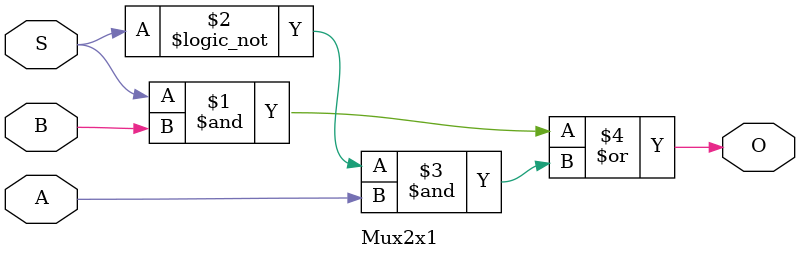
<source format=v>
`timescale 1ns / 1ps
/*******************************************************************
*
* Module: Mux2x1.v
* Project: Architecture Projct 1
* Author: Abdallah El-Refaey/ Hany Moussa / Mohamed ElTohfa / Ramez Moussa
* Description: A module for a 2x1 multiplexer
*
**********************************************************************/


module Mux2x1(input A, input B, input S, output O);
assign O = (S&B) | (!S&A);
endmodule

</source>
